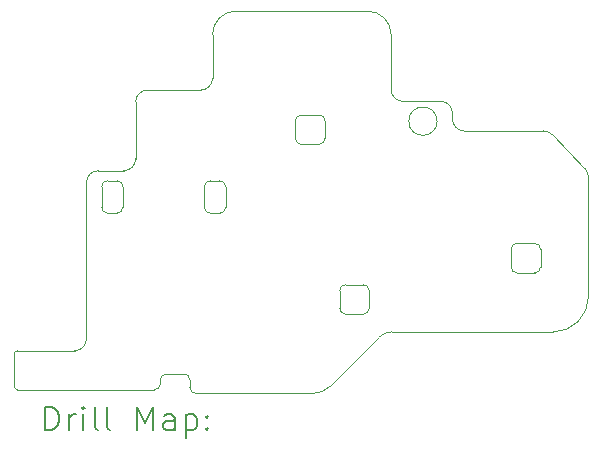
<source format=gbr>
%TF.GenerationSoftware,KiCad,Pcbnew,8.0.2*%
%TF.CreationDate,2024-08-31T13:36:34-07:00*%
%TF.ProjectId,GCU-ADU,4743552d-4144-4552-9e6b-696361645f70,rev?*%
%TF.SameCoordinates,Original*%
%TF.FileFunction,Drillmap*%
%TF.FilePolarity,Positive*%
%FSLAX45Y45*%
G04 Gerber Fmt 4.5, Leading zero omitted, Abs format (unit mm)*
G04 Created by KiCad (PCBNEW 8.0.2) date 2024-08-31 13:36:34*
%MOMM*%
%LPD*%
G01*
G04 APERTURE LIST*
%ADD10C,0.010000*%
%ADD11C,0.200000*%
G04 APERTURE END LIST*
D10*
X9207448Y-6553002D02*
X9207447Y-6553002D01*
X8337448Y-6553002D02*
X8337446Y-6553002D01*
X10402500Y-7207602D02*
X10402500Y-7207600D01*
X9978289Y-5970422D02*
X9978287Y-5970422D01*
X9084866Y-8078572D02*
X9084865Y-8078572D01*
X10792660Y-7608150D02*
X10792660Y-7608150D01*
X11177500Y-5823600D02*
G75*
G02*
X10937500Y-5823600I-120000J0D01*
G01*
X10937500Y-5823600D02*
G75*
G02*
X11177500Y-5823600I120000J0D01*
G01*
X9387447Y-6553002D02*
G75*
G02*
X9336740Y-6603004I-50017J10D01*
G01*
X9387447Y-6378363D02*
X9387447Y-6553002D01*
X9337450Y-6328004D02*
G75*
G02*
X9387447Y-6378363I0J-49998D01*
G01*
X9257447Y-6328004D02*
X9337450Y-6328004D01*
X9207447Y-6378002D02*
G75*
G02*
X9257447Y-6328009I49993J0D01*
G01*
X9207447Y-6553002D02*
X9207447Y-6378002D01*
X9257450Y-6603004D02*
G75*
G02*
X9207448Y-6553002I0J50002D01*
G01*
X9336740Y-6603004D02*
X9257450Y-6603004D01*
X8337446Y-6378002D02*
G75*
G02*
X8387446Y-6328009I49993J0D01*
G01*
X8337446Y-6553002D02*
X8337446Y-6378002D01*
X8387450Y-6603004D02*
G75*
G02*
X8337448Y-6553002I0J50002D01*
G01*
X8466740Y-6603004D02*
X8387450Y-6603004D01*
X8517447Y-6553002D02*
G75*
G02*
X8466740Y-6603004I-50017J10D01*
G01*
X8517447Y-6378363D02*
X8517447Y-6553002D01*
X8467450Y-6328004D02*
G75*
G02*
X8517447Y-6378363I0J-49998D01*
G01*
X8387446Y-6328004D02*
X8467450Y-6328004D01*
X12053796Y-7058562D02*
G75*
G02*
X12003796Y-7108558I-49996J0D01*
G01*
X11853810Y-7108560D02*
X12003796Y-7108560D01*
X11853810Y-7108560D02*
G75*
G02*
X11803796Y-7059184I0J50018D01*
G01*
X11803796Y-6908562D02*
X11803796Y-7059184D01*
X11803796Y-6908562D02*
G75*
G02*
X11853352Y-6858560I50004J0D01*
G01*
X12003800Y-6858560D02*
X11853352Y-6858560D01*
X12003800Y-6858560D02*
G75*
G02*
X12053792Y-6908560I0J-49992D01*
G01*
X12053796Y-7058562D02*
X12053796Y-6908560D01*
X10178290Y-5770422D02*
G75*
G02*
X10228287Y-5819964I0J-50000D01*
G01*
X10228287Y-5970422D02*
X10228287Y-5819964D01*
X10228287Y-5970422D02*
G75*
G02*
X10179116Y-6020422I-50018J10D01*
G01*
X10028290Y-6020422D02*
X10179116Y-6020422D01*
X10028290Y-6020422D02*
G75*
G02*
X9978289Y-5970422I0J50000D01*
G01*
X9978287Y-5820422D02*
X9978287Y-5970422D01*
X9978287Y-5820422D02*
G75*
G02*
X10027751Y-5770422I50003J0D01*
G01*
X10178290Y-5770422D02*
X10027751Y-5770422D01*
X10602500Y-7407602D02*
G75*
G02*
X10552969Y-7457600I-50000J0D01*
G01*
X10402500Y-7457600D02*
X10552969Y-7457600D01*
X10402500Y-7457600D02*
G75*
G02*
X10352502Y-7407600I0J49998D01*
G01*
X10352500Y-7257602D02*
X10352500Y-7407600D01*
X10352500Y-7257602D02*
G75*
G02*
X10402500Y-7207602I50000J0D01*
G01*
X10552500Y-7207600D02*
X10402500Y-7207600D01*
X10552500Y-7207600D02*
G75*
G02*
X10602500Y-7257144I0J-50002D01*
G01*
X10602500Y-7407602D02*
X10602500Y-7257144D01*
X8208701Y-7667584D02*
G75*
G02*
X8108701Y-7767579I-99995J0D01*
G01*
X7756874Y-7767580D02*
X8108701Y-7767580D01*
X7624298Y-7767580D02*
X7756874Y-7767580D01*
X7598874Y-7792592D02*
G75*
G02*
X7624298Y-7767580I25016J0D01*
G01*
X7598874Y-8072266D02*
X7598874Y-7792592D01*
X7623870Y-8097580D02*
G75*
G02*
X7598874Y-8072266I0J24998D01*
G01*
X7756874Y-8097580D02*
X7623870Y-8097580D01*
X8784865Y-8097580D02*
X7756874Y-8097580D01*
X8834865Y-8047582D02*
G75*
G02*
X8784865Y-8097578I-49996J0D01*
G01*
X8834865Y-8013412D02*
X8834865Y-8047582D01*
X8834865Y-8013412D02*
G75*
G02*
X8884865Y-7963418I49994J0D01*
G01*
X9034870Y-7963414D02*
X8884865Y-7963414D01*
X9034870Y-7963414D02*
G75*
G02*
X9084865Y-8012902I0J-49998D01*
G01*
X9084865Y-8078572D02*
X9084865Y-8012902D01*
X9134870Y-8128576D02*
G75*
G02*
X9084866Y-8078572I0J50004D01*
G01*
X10126312Y-8128576D02*
X9134870Y-8128576D01*
X10268682Y-8069995D02*
G75*
G02*
X10126312Y-8128573I-141433J141443D01*
G01*
X10686592Y-7652085D02*
X10268682Y-8069995D01*
X10686592Y-7652085D02*
G75*
G02*
X10792660Y-7608150I106067J-106067D01*
G01*
X12159140Y-7608150D02*
X10792660Y-7608150D01*
X12459133Y-7308156D02*
G75*
G02*
X12159140Y-7608149I-299993J0D01*
G01*
X12459133Y-6297786D02*
X12459133Y-7308156D01*
X12430920Y-6227271D02*
G75*
G02*
X12459132Y-6297786I-71810J-69631D01*
G01*
X12149070Y-5936681D02*
X12430920Y-6227271D01*
X12076890Y-5905895D02*
G75*
G02*
X12149072Y-5936679I0J-100017D01*
G01*
X11407610Y-5905895D02*
X12076890Y-5905895D01*
X11407610Y-5905895D02*
G75*
G02*
X11307608Y-5806266I0J100003D01*
G01*
X11307608Y-5755962D02*
X11307608Y-5806266D01*
X11207610Y-5655563D02*
G75*
G02*
X11307608Y-5755962I0J-99999D01*
G01*
X10888500Y-5655563D02*
X11207610Y-5655563D01*
X10888500Y-5655563D02*
G75*
G02*
X10788499Y-5555562I0J100001D01*
G01*
X10788499Y-5091392D02*
X10788499Y-5555562D01*
X10588500Y-4891393D02*
G75*
G02*
X10788499Y-5091392I0J-199999D01*
G01*
X9476718Y-4891393D02*
X10588500Y-4891393D01*
X9275969Y-5091392D02*
G75*
G02*
X9476718Y-4891393I200001J0D01*
G01*
X9275969Y-5460702D02*
X9275969Y-5091392D01*
X9275969Y-5460702D02*
G75*
G02*
X9176394Y-5560701I-100000J0D01*
G01*
X8725600Y-5560701D02*
X9176394Y-5560701D01*
X8625107Y-5660702D02*
G75*
G02*
X8725600Y-5560701I100003J0D01*
G01*
X8625107Y-6143022D02*
X8625107Y-5660702D01*
X8625107Y-6143022D02*
G75*
G02*
X8525107Y-6243019I-99997J0D01*
G01*
X8308701Y-6243021D02*
X8525107Y-6243021D01*
X8208701Y-6343022D02*
G75*
G02*
X8308701Y-6243023I99999J0D01*
G01*
X8208701Y-7667584D02*
X8208701Y-6343022D01*
D11*
X7859149Y-8440560D02*
X7859149Y-8240560D01*
X7859149Y-8240560D02*
X7906768Y-8240560D01*
X7906768Y-8240560D02*
X7935339Y-8250083D01*
X7935339Y-8250083D02*
X7954387Y-8269131D01*
X7954387Y-8269131D02*
X7963911Y-8288179D01*
X7963911Y-8288179D02*
X7973434Y-8326274D01*
X7973434Y-8326274D02*
X7973434Y-8354845D01*
X7973434Y-8354845D02*
X7963911Y-8392941D01*
X7963911Y-8392941D02*
X7954387Y-8411988D01*
X7954387Y-8411988D02*
X7935339Y-8431036D01*
X7935339Y-8431036D02*
X7906768Y-8440560D01*
X7906768Y-8440560D02*
X7859149Y-8440560D01*
X8059149Y-8440560D02*
X8059149Y-8307226D01*
X8059149Y-8345321D02*
X8068672Y-8326274D01*
X8068672Y-8326274D02*
X8078196Y-8316750D01*
X8078196Y-8316750D02*
X8097244Y-8307226D01*
X8097244Y-8307226D02*
X8116292Y-8307226D01*
X8182958Y-8440560D02*
X8182958Y-8307226D01*
X8182958Y-8240560D02*
X8173434Y-8250083D01*
X8173434Y-8250083D02*
X8182958Y-8259607D01*
X8182958Y-8259607D02*
X8192482Y-8250083D01*
X8192482Y-8250083D02*
X8182958Y-8240560D01*
X8182958Y-8240560D02*
X8182958Y-8259607D01*
X8306768Y-8440560D02*
X8287720Y-8431036D01*
X8287720Y-8431036D02*
X8278196Y-8411988D01*
X8278196Y-8411988D02*
X8278196Y-8240560D01*
X8411530Y-8440560D02*
X8392482Y-8431036D01*
X8392482Y-8431036D02*
X8382958Y-8411988D01*
X8382958Y-8411988D02*
X8382958Y-8240560D01*
X8640101Y-8440560D02*
X8640101Y-8240560D01*
X8640101Y-8240560D02*
X8706768Y-8383417D01*
X8706768Y-8383417D02*
X8773434Y-8240560D01*
X8773434Y-8240560D02*
X8773434Y-8440560D01*
X8954387Y-8440560D02*
X8954387Y-8335798D01*
X8954387Y-8335798D02*
X8944863Y-8316750D01*
X8944863Y-8316750D02*
X8925815Y-8307226D01*
X8925815Y-8307226D02*
X8887720Y-8307226D01*
X8887720Y-8307226D02*
X8868673Y-8316750D01*
X8954387Y-8431036D02*
X8935339Y-8440560D01*
X8935339Y-8440560D02*
X8887720Y-8440560D01*
X8887720Y-8440560D02*
X8868673Y-8431036D01*
X8868673Y-8431036D02*
X8859149Y-8411988D01*
X8859149Y-8411988D02*
X8859149Y-8392941D01*
X8859149Y-8392941D02*
X8868673Y-8373893D01*
X8868673Y-8373893D02*
X8887720Y-8364369D01*
X8887720Y-8364369D02*
X8935339Y-8364369D01*
X8935339Y-8364369D02*
X8954387Y-8354845D01*
X9049625Y-8307226D02*
X9049625Y-8507226D01*
X9049625Y-8316750D02*
X9068673Y-8307226D01*
X9068673Y-8307226D02*
X9106768Y-8307226D01*
X9106768Y-8307226D02*
X9125815Y-8316750D01*
X9125815Y-8316750D02*
X9135339Y-8326274D01*
X9135339Y-8326274D02*
X9144863Y-8345321D01*
X9144863Y-8345321D02*
X9144863Y-8402464D01*
X9144863Y-8402464D02*
X9135339Y-8421512D01*
X9135339Y-8421512D02*
X9125815Y-8431036D01*
X9125815Y-8431036D02*
X9106768Y-8440560D01*
X9106768Y-8440560D02*
X9068673Y-8440560D01*
X9068673Y-8440560D02*
X9049625Y-8431036D01*
X9230577Y-8421512D02*
X9240101Y-8431036D01*
X9240101Y-8431036D02*
X9230577Y-8440560D01*
X9230577Y-8440560D02*
X9221054Y-8431036D01*
X9221054Y-8431036D02*
X9230577Y-8421512D01*
X9230577Y-8421512D02*
X9230577Y-8440560D01*
X9230577Y-8316750D02*
X9240101Y-8326274D01*
X9240101Y-8326274D02*
X9230577Y-8335798D01*
X9230577Y-8335798D02*
X9221054Y-8326274D01*
X9221054Y-8326274D02*
X9230577Y-8316750D01*
X9230577Y-8316750D02*
X9230577Y-8335798D01*
M02*

</source>
